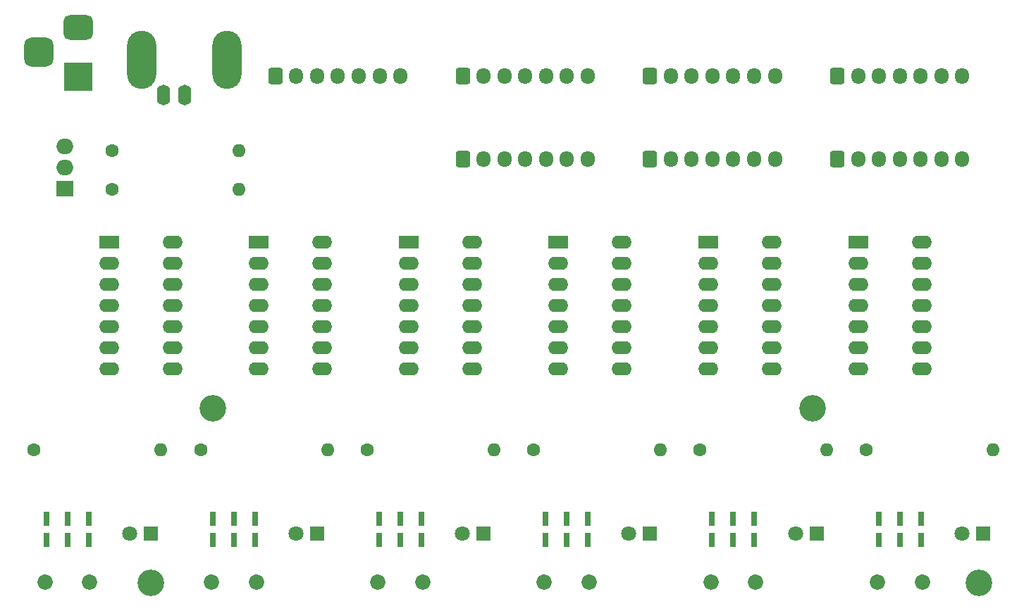
<source format=gbr>
%TF.GenerationSoftware,KiCad,Pcbnew,7.0.6*%
%TF.CreationDate,2023-12-11T13:02:44+00:00*%
%TF.ProjectId,BlankingRelay_Base,426c616e-6b69-46e6-9752-656c61795f42,rev?*%
%TF.SameCoordinates,Original*%
%TF.FileFunction,Soldermask,Bot*%
%TF.FilePolarity,Negative*%
%FSLAX46Y46*%
G04 Gerber Fmt 4.6, Leading zero omitted, Abs format (unit mm)*
G04 Created by KiCad (PCBNEW 7.0.6) date 2023-12-11 13:02:44*
%MOMM*%
%LPD*%
G01*
G04 APERTURE LIST*
G04 Aperture macros list*
%AMRoundRect*
0 Rectangle with rounded corners*
0 $1 Rounding radius*
0 $2 $3 $4 $5 $6 $7 $8 $9 X,Y pos of 4 corners*
0 Add a 4 corners polygon primitive as box body*
4,1,4,$2,$3,$4,$5,$6,$7,$8,$9,$2,$3,0*
0 Add four circle primitives for the rounded corners*
1,1,$1+$1,$2,$3*
1,1,$1+$1,$4,$5*
1,1,$1+$1,$6,$7*
1,1,$1+$1,$8,$9*
0 Add four rect primitives between the rounded corners*
20,1,$1+$1,$2,$3,$4,$5,0*
20,1,$1+$1,$4,$5,$6,$7,0*
20,1,$1+$1,$6,$7,$8,$9,0*
20,1,$1+$1,$8,$9,$2,$3,0*%
G04 Aperture macros list end*
%ADD10C,1.600000*%
%ADD11O,1.600000X1.600000*%
%ADD12R,1.800000X1.800000*%
%ADD13C,1.800000*%
%ADD14C,3.200000*%
%ADD15R,2.400000X1.600000*%
%ADD16O,2.400000X1.600000*%
%ADD17R,0.750000X1.750000*%
%ADD18C,1.850000*%
%ADD19O,1.600200X2.499360*%
%ADD20O,3.500120X7.000240*%
%ADD21RoundRect,0.250000X-0.600000X-0.725000X0.600000X-0.725000X0.600000X0.725000X-0.600000X0.725000X0*%
%ADD22O,1.700000X1.950000*%
%ADD23R,3.500000X3.500000*%
%ADD24RoundRect,0.750000X-1.000000X0.750000X-1.000000X-0.750000X1.000000X-0.750000X1.000000X0.750000X0*%
%ADD25RoundRect,0.875000X-0.875000X0.875000X-0.875000X-0.875000X0.875000X-0.875000X0.875000X0.875000X0*%
%ADD26R,2.000000X1.905000*%
%ADD27O,2.000000X1.905000*%
G04 APERTURE END LIST*
D10*
%TO.C,R2*%
X51000000Y-130000000D03*
D11*
X66240000Y-130000000D03*
%TD*%
D12*
%TO.C,D2*%
X65000000Y-140000000D03*
D13*
X62460000Y-140000000D03*
%TD*%
D14*
%TO.C,REF\u002A\u002A*%
X45000000Y-146000000D03*
%TD*%
D15*
%TO.C,U4*%
X94000000Y-105000000D03*
D16*
X94000000Y-107540000D03*
X94000000Y-110080000D03*
X94000000Y-112620000D03*
X94000000Y-115160000D03*
X94000000Y-117700000D03*
X94000000Y-120240000D03*
X101620000Y-120240000D03*
X101620000Y-117700000D03*
X101620000Y-115160000D03*
X101620000Y-112620000D03*
X101620000Y-110080000D03*
X101620000Y-107540000D03*
X101620000Y-105000000D03*
%TD*%
D17*
%TO.C,SW5*%
X112460000Y-138280000D03*
X115000000Y-138280000D03*
X117540000Y-138280000D03*
X112460000Y-140820000D03*
X115000000Y-140820000D03*
X117540000Y-140820000D03*
D18*
X112300000Y-145900000D03*
X117700000Y-145900000D03*
%TD*%
D10*
%TO.C,R99*%
X40386000Y-93980000D03*
D11*
X55626000Y-93980000D03*
%TD*%
D12*
%TO.C,D5*%
X125000000Y-140000000D03*
D13*
X122460000Y-140000000D03*
%TD*%
D12*
%TO.C,D6*%
X145000000Y-140000000D03*
D13*
X142460000Y-140000000D03*
%TD*%
D15*
%TO.C,U5*%
X112000000Y-105000000D03*
D16*
X112000000Y-107540000D03*
X112000000Y-110080000D03*
X112000000Y-112620000D03*
X112000000Y-115160000D03*
X112000000Y-117700000D03*
X112000000Y-120240000D03*
X119620000Y-120240000D03*
X119620000Y-117700000D03*
X119620000Y-115160000D03*
X119620000Y-112620000D03*
X119620000Y-110080000D03*
X119620000Y-107540000D03*
X119620000Y-105000000D03*
%TD*%
D15*
%TO.C,U2*%
X58000000Y-105000000D03*
D16*
X58000000Y-107540000D03*
X58000000Y-110080000D03*
X58000000Y-112620000D03*
X58000000Y-115160000D03*
X58000000Y-117700000D03*
X58000000Y-120240000D03*
X65620000Y-120240000D03*
X65620000Y-117700000D03*
X65620000Y-115160000D03*
X65620000Y-112620000D03*
X65620000Y-110080000D03*
X65620000Y-107540000D03*
X65620000Y-105000000D03*
%TD*%
D19*
%TO.C,J2*%
X49060000Y-87281050D03*
X46560640Y-87281050D03*
D20*
X54160320Y-83016390D03*
X43962220Y-83016390D03*
%TD*%
D17*
%TO.C,SW2*%
X52460000Y-138280000D03*
X55000000Y-138280000D03*
X57540000Y-138280000D03*
X52460000Y-140820000D03*
X55000000Y-140820000D03*
X57540000Y-140820000D03*
D18*
X52300000Y-145900000D03*
X57700000Y-145900000D03*
%TD*%
D17*
%TO.C,SW4*%
X92460000Y-138280000D03*
X95000000Y-138280000D03*
X97540000Y-138280000D03*
X92460000Y-140820000D03*
X95000000Y-140820000D03*
X97540000Y-140820000D03*
D18*
X92300000Y-145900000D03*
X97700000Y-145900000D03*
%TD*%
D10*
%TO.C,R98*%
X40360000Y-98620000D03*
D11*
X55600000Y-98620000D03*
%TD*%
D17*
%TO.C,SW3*%
X72460000Y-138280000D03*
X75000000Y-138280000D03*
X77540000Y-138280000D03*
X72460000Y-140820000D03*
X75000000Y-140820000D03*
X77540000Y-140820000D03*
D18*
X72300000Y-145900000D03*
X77700000Y-145900000D03*
%TD*%
D21*
%TO.C,J6*%
X105000000Y-95000000D03*
D22*
X107500000Y-95000000D03*
X110000000Y-95000000D03*
X112500000Y-95000000D03*
X115000000Y-95000000D03*
X117500000Y-95000000D03*
X120000000Y-95000000D03*
%TD*%
D10*
%TO.C,R4*%
X91000000Y-130000000D03*
D11*
X106240000Y-130000000D03*
%TD*%
D15*
%TO.C,U1*%
X40000000Y-105000000D03*
D16*
X40000000Y-107540000D03*
X40000000Y-110080000D03*
X40000000Y-112620000D03*
X40000000Y-115160000D03*
X40000000Y-117700000D03*
X40000000Y-120240000D03*
X47620000Y-120240000D03*
X47620000Y-117700000D03*
X47620000Y-115160000D03*
X47620000Y-112620000D03*
X47620000Y-110080000D03*
X47620000Y-107540000D03*
X47620000Y-105000000D03*
%TD*%
D10*
%TO.C,R3*%
X71000000Y-130000000D03*
D11*
X86240000Y-130000000D03*
%TD*%
D14*
%TO.C,REF\u002A\u002A*%
X144500000Y-146000000D03*
%TD*%
D12*
%TO.C,D1*%
X45000000Y-140000000D03*
D13*
X42460000Y-140000000D03*
%TD*%
D14*
%TO.C,REF\u002A\u002A*%
X52500000Y-125000000D03*
%TD*%
D10*
%TO.C,R5*%
X111000000Y-130000000D03*
D11*
X126240000Y-130000000D03*
%TD*%
D17*
%TO.C,SW1*%
X32460000Y-138280000D03*
X35000000Y-138280000D03*
X37540000Y-138280000D03*
X32460000Y-140820000D03*
X35000000Y-140820000D03*
X37540000Y-140820000D03*
D18*
X32300000Y-145900000D03*
X37700000Y-145900000D03*
%TD*%
D21*
%TO.C,J8*%
X127500000Y-95000000D03*
D22*
X130000000Y-95000000D03*
X132500000Y-95000000D03*
X135000000Y-95000000D03*
X137500000Y-95000000D03*
X140000000Y-95000000D03*
X142500000Y-95000000D03*
%TD*%
D14*
%TO.C,REF\u002A\u002A*%
X124500000Y-125000000D03*
%TD*%
D21*
%TO.C,J7*%
X105000000Y-85000000D03*
D22*
X107500000Y-85000000D03*
X110000000Y-85000000D03*
X112500000Y-85000000D03*
X115000000Y-85000000D03*
X117500000Y-85000000D03*
X120000000Y-85000000D03*
%TD*%
D23*
%TO.C,J1*%
X36287500Y-85120000D03*
D24*
X36287500Y-79120000D03*
D25*
X31587500Y-82120000D03*
%TD*%
D21*
%TO.C,J9*%
X127500000Y-85000000D03*
D22*
X130000000Y-85000000D03*
X132500000Y-85000000D03*
X135000000Y-85000000D03*
X137500000Y-85000000D03*
X140000000Y-85000000D03*
X142500000Y-85000000D03*
%TD*%
D21*
%TO.C,J3*%
X60000000Y-85000000D03*
D22*
X62500000Y-85000000D03*
X65000000Y-85000000D03*
X67500000Y-85000000D03*
X70000000Y-85000000D03*
X72500000Y-85000000D03*
X75000000Y-85000000D03*
%TD*%
D12*
%TO.C,D4*%
X105000000Y-140000000D03*
D13*
X102460000Y-140000000D03*
%TD*%
D10*
%TO.C,R6*%
X131000000Y-130000000D03*
D11*
X146240000Y-130000000D03*
%TD*%
D15*
%TO.C,U6*%
X130000000Y-105000000D03*
D16*
X130000000Y-107540000D03*
X130000000Y-110080000D03*
X130000000Y-112620000D03*
X130000000Y-115160000D03*
X130000000Y-117700000D03*
X130000000Y-120240000D03*
X137620000Y-120240000D03*
X137620000Y-117700000D03*
X137620000Y-115160000D03*
X137620000Y-112620000D03*
X137620000Y-110080000D03*
X137620000Y-107540000D03*
X137620000Y-105000000D03*
%TD*%
D17*
%TO.C,SW6*%
X132460000Y-138280000D03*
X135000000Y-138280000D03*
X137540000Y-138280000D03*
X132460000Y-140820000D03*
X135000000Y-140820000D03*
X137540000Y-140820000D03*
D18*
X132300000Y-145900000D03*
X137700000Y-145900000D03*
%TD*%
D12*
%TO.C,D3*%
X85000000Y-140000000D03*
D13*
X82460000Y-140000000D03*
%TD*%
D21*
%TO.C,J4*%
X82500000Y-95000000D03*
D22*
X85000000Y-95000000D03*
X87500000Y-95000000D03*
X90000000Y-95000000D03*
X92500000Y-95000000D03*
X95000000Y-95000000D03*
X97500000Y-95000000D03*
%TD*%
D15*
%TO.C,U3*%
X76000000Y-105000000D03*
D16*
X76000000Y-107540000D03*
X76000000Y-110080000D03*
X76000000Y-112620000D03*
X76000000Y-115160000D03*
X76000000Y-117700000D03*
X76000000Y-120240000D03*
X83620000Y-120240000D03*
X83620000Y-117700000D03*
X83620000Y-115160000D03*
X83620000Y-112620000D03*
X83620000Y-110080000D03*
X83620000Y-107540000D03*
X83620000Y-105000000D03*
%TD*%
D26*
%TO.C,U0*%
X34675000Y-98590000D03*
D27*
X34675000Y-96050000D03*
X34675000Y-93510000D03*
%TD*%
D21*
%TO.C,J5*%
X82500000Y-85000000D03*
D22*
X85000000Y-85000000D03*
X87500000Y-85000000D03*
X90000000Y-85000000D03*
X92500000Y-85000000D03*
X95000000Y-85000000D03*
X97500000Y-85000000D03*
%TD*%
D10*
%TO.C,R1*%
X31000000Y-130000000D03*
D11*
X46240000Y-130000000D03*
%TD*%
M02*

</source>
